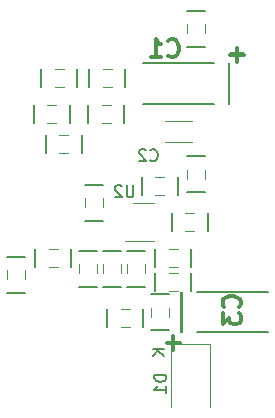
<source format=gbr>
%TF.GenerationSoftware,KiCad,Pcbnew,7.0.5.1-1-g8f565ef7f0-dirty-deb11*%
%TF.CreationDate,2023-07-21T01:18:42+00:00*%
%TF.ProjectId,SIPM02,5349504d-3032-42e6-9b69-6361645f7063,rev?*%
%TF.SameCoordinates,Original*%
%TF.FileFunction,Legend,Bot*%
%TF.FilePolarity,Positive*%
%FSLAX46Y46*%
G04 Gerber Fmt 4.6, Leading zero omitted, Abs format (unit mm)*
G04 Created by KiCad (PCBNEW 7.0.5.1-1-g8f565ef7f0-dirty-deb11) date 2023-07-21 01:18:42*
%MOMM*%
%LPD*%
G01*
G04 APERTURE LIST*
%ADD10C,0.150000*%
%ADD11C,0.304800*%
%ADD12C,0.120000*%
G04 APERTURE END LIST*
D10*
%TO.C,D1*%
X19417819Y5310094D02*
X18417819Y5310094D01*
X18417819Y5310094D02*
X18417819Y5071999D01*
X18417819Y5071999D02*
X18465438Y4929142D01*
X18465438Y4929142D02*
X18560676Y4833904D01*
X18560676Y4833904D02*
X18655914Y4786285D01*
X18655914Y4786285D02*
X18846390Y4738666D01*
X18846390Y4738666D02*
X18989247Y4738666D01*
X18989247Y4738666D02*
X19179723Y4786285D01*
X19179723Y4786285D02*
X19274961Y4833904D01*
X19274961Y4833904D02*
X19370200Y4929142D01*
X19370200Y4929142D02*
X19417819Y5071999D01*
X19417819Y5071999D02*
X19417819Y5310094D01*
X19417819Y3786285D02*
X19417819Y4357713D01*
X19417819Y4071999D02*
X18417819Y4071999D01*
X18417819Y4071999D02*
X18560676Y4167237D01*
X18560676Y4167237D02*
X18655914Y4262475D01*
X18655914Y4262475D02*
X18703533Y4357713D01*
X19250819Y7500904D02*
X18250819Y7500904D01*
X19250819Y6929476D02*
X18679390Y7358047D01*
X18250819Y6929476D02*
X18822247Y7500904D01*
D11*
%TO.C,C3*%
X25563038Y11048999D02*
X25635610Y11121571D01*
X25635610Y11121571D02*
X25708181Y11339285D01*
X25708181Y11339285D02*
X25708181Y11484428D01*
X25708181Y11484428D02*
X25635610Y11702142D01*
X25635610Y11702142D02*
X25490467Y11847285D01*
X25490467Y11847285D02*
X25345324Y11919856D01*
X25345324Y11919856D02*
X25055038Y11992428D01*
X25055038Y11992428D02*
X24837324Y11992428D01*
X24837324Y11992428D02*
X24547038Y11919856D01*
X24547038Y11919856D02*
X24401895Y11847285D01*
X24401895Y11847285D02*
X24256752Y11702142D01*
X24256752Y11702142D02*
X24184181Y11484428D01*
X24184181Y11484428D02*
X24184181Y11339285D01*
X24184181Y11339285D02*
X24256752Y11121571D01*
X24256752Y11121571D02*
X24329324Y11048999D01*
X24184181Y10540999D02*
X24184181Y9597571D01*
X24184181Y9597571D02*
X24764752Y10105571D01*
X24764752Y10105571D02*
X24764752Y9887856D01*
X24764752Y9887856D02*
X24837324Y9742714D01*
X24837324Y9742714D02*
X24909895Y9670142D01*
X24909895Y9670142D02*
X25055038Y9597571D01*
X25055038Y9597571D02*
X25417895Y9597571D01*
X25417895Y9597571D02*
X25563038Y9670142D01*
X25563038Y9670142D02*
X25635610Y9742714D01*
X25635610Y9742714D02*
X25708181Y9887856D01*
X25708181Y9887856D02*
X25708181Y10323285D01*
X25708181Y10323285D02*
X25635610Y10468428D01*
X25635610Y10468428D02*
X25563038Y10540999D01*
X20600850Y8009230D02*
X19439708Y8009230D01*
X20020279Y7428658D02*
X20020279Y8589801D01*
%TO.C,C1*%
X19557999Y32348961D02*
X19630571Y32276390D01*
X19630571Y32276390D02*
X19848285Y32203818D01*
X19848285Y32203818D02*
X19993428Y32203818D01*
X19993428Y32203818D02*
X20211142Y32276390D01*
X20211142Y32276390D02*
X20356285Y32421532D01*
X20356285Y32421532D02*
X20428856Y32566675D01*
X20428856Y32566675D02*
X20501428Y32856961D01*
X20501428Y32856961D02*
X20501428Y33074675D01*
X20501428Y33074675D02*
X20428856Y33364961D01*
X20428856Y33364961D02*
X20356285Y33510104D01*
X20356285Y33510104D02*
X20211142Y33655247D01*
X20211142Y33655247D02*
X19993428Y33727818D01*
X19993428Y33727818D02*
X19848285Y33727818D01*
X19848285Y33727818D02*
X19630571Y33655247D01*
X19630571Y33655247D02*
X19557999Y33582675D01*
X18106571Y32203818D02*
X18977428Y32203818D01*
X18541999Y32203818D02*
X18541999Y33727818D01*
X18541999Y33727818D02*
X18687142Y33510104D01*
X18687142Y33510104D02*
X18832285Y33364961D01*
X18832285Y33364961D02*
X18977428Y33292390D01*
X26011050Y32428790D02*
X24849908Y32428790D01*
X25430479Y31848218D02*
X25430479Y33009361D01*
D10*
%TO.C,C2*%
X18073666Y23516419D02*
X18121285Y23468800D01*
X18121285Y23468800D02*
X18264142Y23421180D01*
X18264142Y23421180D02*
X18359380Y23421180D01*
X18359380Y23421180D02*
X18502237Y23468800D01*
X18502237Y23468800D02*
X18597475Y23564038D01*
X18597475Y23564038D02*
X18645094Y23659276D01*
X18645094Y23659276D02*
X18692713Y23849752D01*
X18692713Y23849752D02*
X18692713Y23992609D01*
X18692713Y23992609D02*
X18645094Y24183085D01*
X18645094Y24183085D02*
X18597475Y24278323D01*
X18597475Y24278323D02*
X18502237Y24373561D01*
X18502237Y24373561D02*
X18359380Y24421180D01*
X18359380Y24421180D02*
X18264142Y24421180D01*
X18264142Y24421180D02*
X18121285Y24373561D01*
X18121285Y24373561D02*
X18073666Y24325942D01*
X17692713Y24325942D02*
X17645094Y24373561D01*
X17645094Y24373561D02*
X17549856Y24421180D01*
X17549856Y24421180D02*
X17311761Y24421180D01*
X17311761Y24421180D02*
X17216523Y24373561D01*
X17216523Y24373561D02*
X17168904Y24325942D01*
X17168904Y24325942D02*
X17121285Y24230704D01*
X17121285Y24230704D02*
X17121285Y24135466D01*
X17121285Y24135466D02*
X17168904Y23992609D01*
X17168904Y23992609D02*
X17740332Y23421180D01*
X17740332Y23421180D02*
X17121285Y23421180D01*
%TO.C,U2*%
X16636904Y21373180D02*
X16636904Y20563657D01*
X16636904Y20563657D02*
X16589285Y20468419D01*
X16589285Y20468419D02*
X16541666Y20420800D01*
X16541666Y20420800D02*
X16446428Y20373180D01*
X16446428Y20373180D02*
X16255952Y20373180D01*
X16255952Y20373180D02*
X16160714Y20420800D01*
X16160714Y20420800D02*
X16113095Y20468419D01*
X16113095Y20468419D02*
X16065476Y20563657D01*
X16065476Y20563657D02*
X16065476Y21373180D01*
X15636904Y21277942D02*
X15589285Y21325561D01*
X15589285Y21325561D02*
X15494047Y21373180D01*
X15494047Y21373180D02*
X15255952Y21373180D01*
X15255952Y21373180D02*
X15160714Y21325561D01*
X15160714Y21325561D02*
X15113095Y21277942D01*
X15113095Y21277942D02*
X15065476Y21182704D01*
X15065476Y21182704D02*
X15065476Y21087466D01*
X15065476Y21087466D02*
X15113095Y20944609D01*
X15113095Y20944609D02*
X15684523Y20373180D01*
X15684523Y20373180D02*
X15065476Y20373180D01*
%TO.C,C5*%
X15938500Y29718000D02*
X15938500Y31242000D01*
D12*
X14033500Y31242000D02*
X14795500Y31242000D01*
D10*
X12890500Y31242000D02*
X12890500Y29718000D01*
D12*
X14033500Y29718000D02*
X14795500Y29718000D01*
%TO.C,R10*%
X18478500Y22098000D02*
X19240500Y22098000D01*
D10*
X20383500Y20574000D02*
X20383500Y22098000D01*
D12*
X18478500Y20574000D02*
X19240500Y20574000D01*
D10*
X17335500Y22098000D02*
X17335500Y20574000D01*
%TO.C,R3*%
X19685000Y12128500D02*
X18161000Y12128500D01*
D12*
X19685000Y10985500D02*
X19685000Y10223500D01*
D10*
X18161000Y9080500D02*
X19685000Y9080500D01*
D12*
X18161000Y10985500D02*
X18161000Y10223500D01*
%TO.C,C4*%
X16319500Y10858500D02*
X15557500Y10858500D01*
D10*
X14414500Y10858500D02*
X14414500Y9334500D01*
X17462500Y9334500D02*
X17462500Y10858500D01*
D12*
X16319500Y9334500D02*
X15557500Y9334500D01*
%TO.C,D1*%
X19813000Y7972000D02*
X23113000Y7972000D01*
X19813000Y7972000D02*
X19813000Y2572000D01*
X23113000Y7972000D02*
X23113000Y2572000D01*
%TO.C,C7*%
X19621500Y12446000D02*
X20383500Y12446000D01*
D10*
X18478500Y13970000D02*
X18478500Y12446000D01*
X21526500Y12446000D02*
X21526500Y13970000D01*
D12*
X19621500Y13970000D02*
X20383500Y13970000D01*
D10*
%TO.C,C3*%
X20718780Y8968740D02*
X20718780Y12367260D01*
X27995880Y8966200D02*
X21996400Y8966200D01*
X20701000Y8966200D02*
X20701000Y12364720D01*
X28018740Y12367260D02*
X22019260Y12367260D01*
X19418300Y8115300D02*
X20617180Y8115300D01*
X20017740Y7614920D02*
X20017740Y8714740D01*
D12*
%TO.C,C8*%
X19621500Y14478000D02*
X20383500Y14478000D01*
D10*
X21526500Y14478000D02*
X21526500Y16002000D01*
X18478500Y16002000D02*
X18478500Y14478000D01*
D12*
X19621500Y16002000D02*
X20383500Y16002000D01*
D10*
%TO.C,R2*%
X12827000Y28194000D02*
X12827000Y26670000D01*
D12*
X13970000Y28194000D02*
X14732000Y28194000D01*
D10*
X15875000Y26670000D02*
X15875000Y28194000D01*
D12*
X13970000Y26670000D02*
X14732000Y26670000D01*
%TO.C,C6*%
X10096500Y26670000D02*
X9334500Y26670000D01*
D10*
X8191500Y28194000D02*
X8191500Y26670000D01*
X11239500Y26670000D02*
X11239500Y28194000D01*
D12*
X10096500Y28194000D02*
X9334500Y28194000D01*
D10*
%TO.C,C1*%
X17432020Y28287980D02*
X23431500Y28287980D01*
X24749760Y31689040D02*
X24749760Y28290520D01*
X24731980Y31686500D02*
X24731980Y28287980D01*
X17454880Y31689040D02*
X23454360Y31689040D01*
X25433020Y33040320D02*
X25433020Y31940500D01*
X26032460Y32539940D02*
X24833580Y32539940D01*
D12*
%TO.C,C2*%
X21558252Y24998000D02*
X19335748Y24998000D01*
X21558252Y26818000D02*
X19335748Y26818000D01*
%TO.C,C9*%
X11112500Y25654000D02*
X10350500Y25654000D01*
D10*
X12255500Y24130000D02*
X12255500Y25654000D01*
X9207500Y25654000D02*
X9207500Y24130000D01*
D12*
X11112500Y24130000D02*
X10350500Y24130000D01*
D10*
%TO.C,C10*%
X8318500Y16002000D02*
X8318500Y14478000D01*
X11366500Y14478000D02*
X11366500Y16002000D01*
D12*
X10223500Y16002000D02*
X9461500Y16002000D01*
X10223500Y14478000D02*
X9461500Y14478000D01*
%TO.C,R1*%
X21209000Y34226500D02*
X21209000Y34988500D01*
D10*
X22733000Y36131500D02*
X21209000Y36131500D01*
X21209000Y33083500D02*
X22733000Y33083500D01*
D12*
X22733000Y34226500D02*
X22733000Y34988500D01*
D10*
%TO.C,R4*%
X8826500Y31242000D02*
X8826500Y29718000D01*
X11874500Y29718000D02*
X11874500Y31242000D01*
D12*
X9969500Y31242000D02*
X10731500Y31242000D01*
X9969500Y29718000D02*
X10731500Y29718000D01*
%TO.C,R5*%
X7493000Y13398500D02*
X7493000Y14160500D01*
D10*
X5969000Y12255500D02*
X7493000Y12255500D01*
D12*
X5969000Y13398500D02*
X5969000Y14160500D01*
D10*
X7493000Y15303500D02*
X5969000Y15303500D01*
%TO.C,R6*%
X14097000Y21399500D02*
X12573000Y21399500D01*
D12*
X14097000Y19494500D02*
X14097000Y20256500D01*
X12573000Y19494500D02*
X12573000Y20256500D01*
D10*
X12573000Y18351500D02*
X14097000Y18351500D01*
%TO.C,R7*%
X14097000Y12763500D02*
X15621000Y12763500D01*
D12*
X15621000Y13906500D02*
X15621000Y14668500D01*
D10*
X15621000Y15811500D02*
X14097000Y15811500D01*
D12*
X14097000Y13906500D02*
X14097000Y14668500D01*
%TO.C,R8*%
X13589000Y14668500D02*
X13589000Y13906500D01*
D10*
X12065000Y12763500D02*
X13589000Y12763500D01*
X13589000Y15811500D02*
X12065000Y15811500D01*
D12*
X12065000Y14668500D02*
X12065000Y13906500D01*
%TO.C,R9*%
X21209000Y21907500D02*
X21209000Y22669500D01*
D10*
X21209000Y20764500D02*
X22733000Y20764500D01*
X22733000Y23812500D02*
X21209000Y23812500D01*
D12*
X22733000Y21907500D02*
X22733000Y22669500D01*
%TO.C,R11*%
X21780500Y17526000D02*
X21018500Y17526000D01*
D10*
X22923500Y17526000D02*
X22923500Y19050000D01*
X19875500Y19050000D02*
X19875500Y17526000D01*
D12*
X21780500Y19050000D02*
X21018500Y19050000D01*
D10*
%TO.C,R12*%
X17653000Y15811500D02*
X16129000Y15811500D01*
X16129000Y12763500D02*
X17653000Y12763500D01*
D12*
X17653000Y13906500D02*
X17653000Y14668500D01*
X16129000Y13906500D02*
X16129000Y14668500D01*
%TO.C,U2*%
X16583000Y19898000D02*
X18383000Y19898000D01*
X18383000Y16678000D02*
X15933000Y16678000D01*
%TD*%
M02*

</source>
